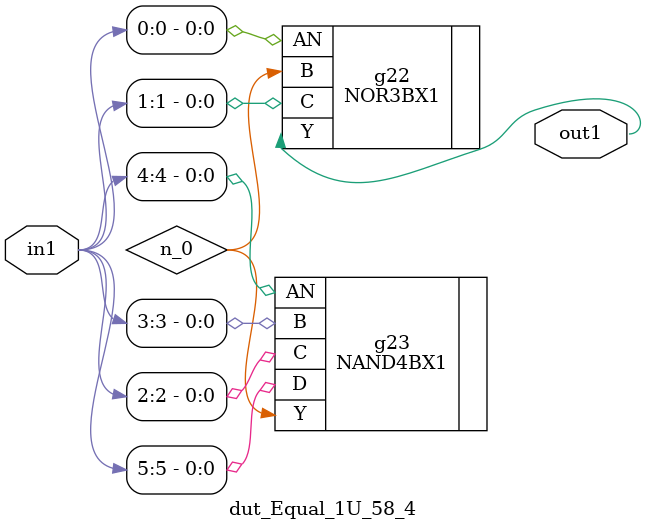
<source format=v>
`timescale 1ps / 1ps


module dut_Equal_1U_58_4(in1, out1);
  input [5:0] in1;
  output out1;
  wire [5:0] in1;
  wire out1;
  wire n_0;
  NOR3BX1 g22(.AN (in1[0]), .B (n_0), .C (in1[1]), .Y (out1));
  NAND4BX1 g23(.AN (in1[4]), .B (in1[3]), .C (in1[2]), .D (in1[5]), .Y
       (n_0));
endmodule



</source>
